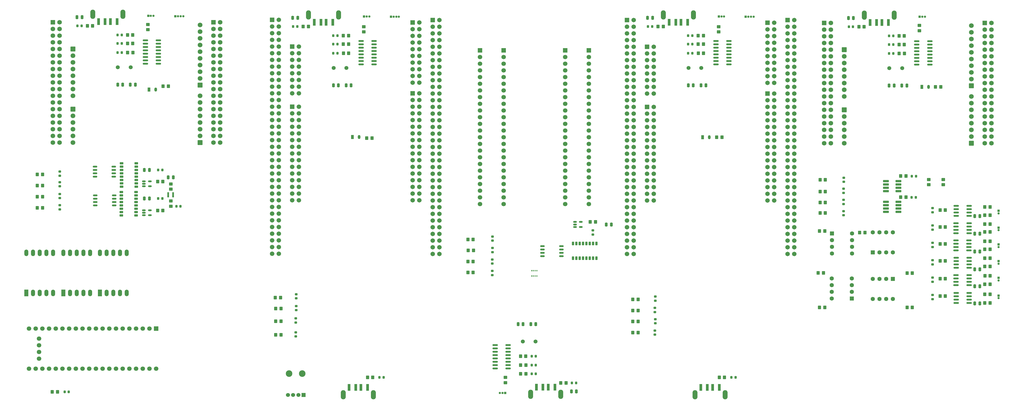
<source format=gbr>
%TF.GenerationSoftware,KiCad,Pcbnew,9.0.2+dfsg-1*%
%TF.CreationDate,2025-07-08T19:26:09-07:00*%
%TF.ProjectId,signalmesh,7369676e-616c-46d6-9573-682e6b696361,rev?*%
%TF.SameCoordinates,Original*%
%TF.FileFunction,Soldermask,Top*%
%TF.FilePolarity,Negative*%
%FSLAX46Y46*%
G04 Gerber Fmt 4.6, Leading zero omitted, Abs format (unit mm)*
G04 Created by KiCad (PCBNEW 9.0.2+dfsg-1) date 2025-07-08 19:26:09*
%MOMM*%
%LPD*%
G01*
G04 APERTURE LIST*
G04 Aperture macros list*
%AMRoundRect*
0 Rectangle with rounded corners*
0 $1 Rounding radius*
0 $2 $3 $4 $5 $6 $7 $8 $9 X,Y pos of 4 corners*
0 Add a 4 corners polygon primitive as box body*
4,1,4,$2,$3,$4,$5,$6,$7,$8,$9,$2,$3,0*
0 Add four circle primitives for the rounded corners*
1,1,$1+$1,$2,$3*
1,1,$1+$1,$4,$5*
1,1,$1+$1,$6,$7*
1,1,$1+$1,$8,$9*
0 Add four rect primitives between the rounded corners*
20,1,$1+$1,$2,$3,$4,$5,0*
20,1,$1+$1,$4,$5,$6,$7,0*
20,1,$1+$1,$6,$7,$8,$9,0*
20,1,$1+$1,$8,$9,$2,$3,0*%
G04 Aperture macros list end*
%ADD10RoundRect,0.250000X0.350000X0.450000X-0.350000X0.450000X-0.350000X-0.450000X0.350000X-0.450000X0*%
%ADD11RoundRect,0.218750X0.256250X-0.218750X0.256250X0.218750X-0.256250X0.218750X-0.256250X-0.218750X0*%
%ADD12RoundRect,0.218750X-0.218750X-0.256250X0.218750X-0.256250X0.218750X0.256250X-0.218750X0.256250X0*%
%ADD13R,0.850000X0.850000*%
%ADD14C,0.850000*%
%ADD15R,1.524000X2.524000*%
%ADD16O,1.524000X2.524000*%
%ADD17RoundRect,0.150000X-0.825000X-0.150000X0.825000X-0.150000X0.825000X0.150000X-0.825000X0.150000X0*%
%ADD18C,1.500000*%
%ADD19RoundRect,0.250000X-0.350000X-0.450000X0.350000X-0.450000X0.350000X0.450000X-0.350000X0.450000X0*%
%ADD20RoundRect,0.250000X0.450000X-0.350000X0.450000X0.350000X-0.450000X0.350000X-0.450000X-0.350000X0*%
%ADD21RoundRect,0.250000X-0.250000X-0.475000X0.250000X-0.475000X0.250000X0.475000X-0.250000X0.475000X0*%
%ADD22R,1.100000X2.500000*%
%ADD23O,1.900000X3.500000*%
%ADD24RoundRect,0.250000X-0.450000X0.350000X-0.450000X-0.350000X0.450000X-0.350000X0.450000X0.350000X0*%
%ADD25RoundRect,0.250000X0.550000X0.550000X-0.550000X0.550000X-0.550000X-0.550000X0.550000X-0.550000X0*%
%ADD26C,1.600000*%
%ADD27RoundRect,0.250000X0.250000X0.475000X-0.250000X0.475000X-0.250000X-0.475000X0.250000X-0.475000X0*%
%ADD28RoundRect,0.218750X-0.256250X0.218750X-0.256250X-0.218750X0.256250X-0.218750X0.256250X0.218750X0*%
%ADD29RoundRect,0.218750X0.218750X0.256250X-0.218750X0.256250X-0.218750X-0.256250X0.218750X-0.256250X0*%
%ADD30RoundRect,0.102000X-0.754000X-0.754000X0.754000X-0.754000X0.754000X0.754000X-0.754000X0.754000X0*%
%ADD31C,1.712000*%
%ADD32R,0.350000X0.500000*%
%ADD33C,2.500000*%
%ADD34R,1.524000X1.524000*%
%ADD35C,1.524000*%
%ADD36R,1.700000X1.700000*%
%ADD37C,1.700000*%
%ADD38RoundRect,0.150000X-0.512500X-0.150000X0.512500X-0.150000X0.512500X0.150000X-0.512500X0.150000X0*%
%ADD39R,1.050000X1.500000*%
%ADD40O,1.050000X1.500000*%
%ADD41RoundRect,0.162500X-0.650000X-0.162500X0.650000X-0.162500X0.650000X0.162500X-0.650000X0.162500X0*%
%ADD42RoundRect,0.250000X-0.550000X-0.550000X0.550000X-0.550000X0.550000X0.550000X-0.550000X0.550000X0*%
%ADD43RoundRect,0.102000X-0.802500X-0.802500X0.802500X-0.802500X0.802500X0.802500X-0.802500X0.802500X0*%
%ADD44C,1.809000*%
%ADD45RoundRect,0.102000X-0.765000X-0.765000X0.765000X-0.765000X0.765000X0.765000X-0.765000X0.765000X0*%
%ADD46C,1.734000*%
%ADD47RoundRect,0.150000X0.825000X0.150000X-0.825000X0.150000X-0.825000X-0.150000X0.825000X-0.150000X0*%
%ADD48RoundRect,0.102000X-0.300000X-0.600000X0.300000X-0.600000X0.300000X0.600000X-0.300000X0.600000X0*%
%ADD49RoundRect,0.250000X-0.550000X0.550000X-0.550000X-0.550000X0.550000X-0.550000X0.550000X0.550000X0*%
%ADD50RoundRect,0.102000X-0.990600X-0.279400X0.990600X-0.279400X0.990600X0.279400X-0.990600X0.279400X0*%
%ADD51RoundRect,0.102000X-0.600000X0.300000X-0.600000X-0.300000X0.600000X-0.300000X0.600000X0.300000X0*%
%ADD52RoundRect,0.250000X0.550000X-0.550000X0.550000X0.550000X-0.550000X0.550000X-0.550000X-0.550000X0*%
%ADD53RoundRect,0.102000X-0.250000X0.200000X-0.250000X-0.200000X0.250000X-0.200000X0.250000X0.200000X0*%
G04 APERTURE END LIST*
D10*
%TO.C,R96*%
X445500000Y-45400000D03*
X443500000Y-45400000D03*
%TD*%
D11*
%TO.C,D12*%
X365400000Y-124434200D03*
X365400000Y-122859200D03*
%TD*%
D12*
%TO.C,D60*%
X289762500Y-38650000D03*
X291337500Y-38650000D03*
%TD*%
D13*
%TO.C,J15*%
X557555000Y-140920000D03*
D14*
X557555000Y-141920000D03*
%TD*%
D15*
%TO.C,U18*%
X216420000Y-139963000D03*
D16*
X218960000Y-139963000D03*
X221500000Y-139963000D03*
X224040000Y-139963000D03*
X226580000Y-139963000D03*
X226580000Y-124723000D03*
X224040000Y-124723000D03*
X221500000Y-124723000D03*
X218960000Y-124723000D03*
X216420000Y-124723000D03*
%TD*%
D17*
%TO.C,U39*%
X450250000Y-44150000D03*
X450250000Y-45420000D03*
X450250000Y-46690000D03*
X450250000Y-47960000D03*
X450250000Y-49230000D03*
X450250000Y-50500000D03*
X450250000Y-51770000D03*
X450250000Y-53040000D03*
X455200000Y-53040000D03*
X455200000Y-51770000D03*
X455200000Y-50500000D03*
X455200000Y-49230000D03*
X455200000Y-47960000D03*
X455200000Y-46690000D03*
X455200000Y-45420000D03*
X455200000Y-44150000D03*
%TD*%
D18*
%TO.C,Y9*%
X223210000Y-54144900D03*
X228090000Y-54144900D03*
%TD*%
D10*
%TO.C,R48*%
X194643800Y-103362500D03*
X192643800Y-103362500D03*
%TD*%
D11*
%TO.C,D29*%
X201143800Y-108150000D03*
X201143800Y-106575000D03*
%TD*%
%TO.C,D18*%
X290950000Y-146487500D03*
X290950000Y-144912500D03*
%TD*%
D19*
%TO.C,R3*%
X552310000Y-143720000D03*
X554310000Y-143720000D03*
%TD*%
%TO.C,R82*%
X376061700Y-163947700D03*
X378061700Y-163947700D03*
%TD*%
D20*
%TO.C,R42*%
X243305000Y-100500000D03*
X243305000Y-98500000D03*
%TD*%
D21*
%TO.C,C8*%
X233300000Y-104000000D03*
X235200000Y-104000000D03*
%TD*%
D19*
%TO.C,R55*%
X317690000Y-81126000D03*
X319690000Y-81126000D03*
%TD*%
D22*
%TO.C,J25*%
X389100000Y-175750000D03*
X386600000Y-175750000D03*
X384600000Y-175750000D03*
X382100000Y-175750000D03*
D23*
X391300000Y-178500000D03*
X379900000Y-178500000D03*
%TD*%
D24*
%TO.C,R95*%
X451250000Y-38750000D03*
X451250000Y-40750000D03*
%TD*%
%TO.C,R85*%
X527500000Y-38250000D03*
X527500000Y-40250000D03*
%TD*%
D11*
%TO.C,D5*%
X532486000Y-109262500D03*
X532486000Y-107687500D03*
%TD*%
D19*
%TO.C,R57*%
X240400000Y-61378000D03*
X242400000Y-61378000D03*
%TD*%
D20*
%TO.C,R12*%
X536520000Y-98820000D03*
X536520000Y-96820000D03*
%TD*%
D25*
%TO.C,U27*%
X501860000Y-142040000D03*
D26*
X501860000Y-139500000D03*
X501860000Y-136960000D03*
X501860000Y-134420000D03*
X494240000Y-134420000D03*
X494240000Y-136960000D03*
X494240000Y-139500000D03*
X494240000Y-142040000D03*
%TD*%
D11*
%TO.C,D30*%
X201143800Y-103900000D03*
X201143800Y-102325000D03*
%TD*%
D19*
%TO.C,R88*%
X293550000Y-38650000D03*
X295550000Y-38650000D03*
%TD*%
D27*
%TO.C,C3*%
X550412700Y-130924900D03*
X548512700Y-130924900D03*
%TD*%
D28*
%TO.C,D2*%
X498670000Y-100332500D03*
X498670000Y-101907500D03*
%TD*%
D11*
%TO.C,D24*%
X427100000Y-147187500D03*
X427100000Y-145612500D03*
%TD*%
D10*
%TO.C,R17*%
X491770000Y-101420000D03*
X489770000Y-101420000D03*
%TD*%
%TO.C,R6*%
X420700000Y-155000000D03*
X418700000Y-155000000D03*
%TD*%
D19*
%TO.C,R76*%
X522810000Y-145420000D03*
X524810000Y-145420000D03*
%TD*%
%TO.C,R73*%
X489560000Y-145420000D03*
X491560000Y-145420000D03*
%TD*%
D10*
%TO.C,R16*%
X491770000Y-96920000D03*
X489770000Y-96920000D03*
%TD*%
D12*
%TO.C,D25*%
X238517500Y-104000000D03*
X240092500Y-104000000D03*
%TD*%
D11*
%TO.C,D23*%
X427200000Y-151487500D03*
X427200000Y-149912500D03*
%TD*%
D22*
%TO.C,J33*%
X215900000Y-36794900D03*
X218400000Y-36794900D03*
X220400000Y-36794900D03*
X222900000Y-36794900D03*
D23*
X213700000Y-34044900D03*
X225100000Y-34044900D03*
%TD*%
D11*
%TO.C,D22*%
X427100000Y-155787500D03*
X427100000Y-154212500D03*
%TD*%
D19*
%TO.C,R54*%
X450542000Y-80732000D03*
X452542000Y-80732000D03*
%TD*%
%TO.C,R39*%
X283150000Y-155900000D03*
X285150000Y-155900000D03*
%TD*%
D29*
%TO.C,D52*%
X526110000Y-103610000D03*
X524535000Y-103610000D03*
%TD*%
D19*
%TO.C,R36*%
X356100000Y-127980000D03*
X358100000Y-127980000D03*
%TD*%
D10*
%TO.C,R91*%
X310800000Y-45400000D03*
X308800000Y-45400000D03*
%TD*%
%TO.C,R102*%
X228938300Y-48597100D03*
X226938300Y-48597100D03*
%TD*%
D19*
%TO.C,R98*%
X211650000Y-38394900D03*
X213650000Y-38394900D03*
%TD*%
%TO.C,R44*%
X489060000Y-132320000D03*
X491060000Y-132320000D03*
%TD*%
%TO.C,R94*%
X443500000Y-42150000D03*
X445500000Y-42150000D03*
%TD*%
D17*
%TO.C,U38*%
X315550000Y-44150000D03*
X315550000Y-45420000D03*
X315550000Y-46690000D03*
X315550000Y-47960000D03*
X315550000Y-49230000D03*
X315550000Y-50500000D03*
X315550000Y-51770000D03*
X315550000Y-53040000D03*
X320500000Y-53040000D03*
X320500000Y-51770000D03*
X320500000Y-50500000D03*
X320500000Y-49230000D03*
X320500000Y-47960000D03*
X320500000Y-46690000D03*
X320500000Y-45420000D03*
X320500000Y-44150000D03*
%TD*%
D19*
%TO.C,R20*%
X552310000Y-113775000D03*
X554310000Y-113775000D03*
%TD*%
D21*
%TO.C,C35*%
X207700000Y-35144900D03*
X209600000Y-35144900D03*
%TD*%
D30*
%TO.C,U1*%
X335080000Y-37186000D03*
D31*
X337620000Y-37186000D03*
X335080000Y-39726000D03*
X337620000Y-39726000D03*
X335080000Y-42266000D03*
X337620000Y-42266000D03*
X335080000Y-44806000D03*
X337620000Y-44806000D03*
X335080000Y-47346000D03*
X337620000Y-47346000D03*
X335080000Y-49886000D03*
X337620000Y-49886000D03*
X335080000Y-52426000D03*
X337620000Y-52426000D03*
X335080000Y-54966000D03*
X337620000Y-54966000D03*
X335080000Y-57506000D03*
X337620000Y-57506000D03*
X335080000Y-60046000D03*
X337620000Y-60046000D03*
D30*
X289360000Y-46330000D03*
D31*
X291900000Y-46330000D03*
X289360000Y-48870000D03*
X291900000Y-48870000D03*
X289360000Y-51410000D03*
X291900000Y-51410000D03*
X289360000Y-53950000D03*
X291900000Y-53950000D03*
X289360000Y-56490000D03*
X291900000Y-56490000D03*
X289360000Y-59030000D03*
X291900000Y-59030000D03*
X289360000Y-61570000D03*
X291900000Y-61570000D03*
X289360000Y-64110000D03*
X291900000Y-64110000D03*
D30*
X289360000Y-69190000D03*
D31*
X291900000Y-69190000D03*
X289360000Y-71730000D03*
X291900000Y-71730000D03*
X289360000Y-74270000D03*
X291900000Y-74270000D03*
X289360000Y-76810000D03*
X291900000Y-76810000D03*
X289360000Y-79350000D03*
X291900000Y-79350000D03*
X289360000Y-81890000D03*
X291900000Y-81890000D03*
X289360000Y-84430000D03*
X291900000Y-84430000D03*
X289360000Y-86970000D03*
X291900000Y-86970000D03*
X289360000Y-89510000D03*
X291900000Y-89510000D03*
X289360000Y-92050000D03*
X291900000Y-92050000D03*
X289360000Y-94590000D03*
X291900000Y-94590000D03*
X289360000Y-97130000D03*
X291900000Y-97130000D03*
X289360000Y-99670000D03*
X291900000Y-99670000D03*
X289360000Y-102210000D03*
X291900000Y-102210000D03*
X289360000Y-104750000D03*
X291900000Y-104750000D03*
D30*
X335080000Y-64110000D03*
D31*
X337620000Y-64110000D03*
X335080000Y-66650000D03*
X337620000Y-66650000D03*
X335080000Y-69190000D03*
X337620000Y-69190000D03*
X335080000Y-71730000D03*
X337620000Y-71730000D03*
X335080000Y-74270000D03*
X337620000Y-74270000D03*
X335080000Y-76810000D03*
X337620000Y-76810000D03*
X335080000Y-79350000D03*
X337620000Y-79350000D03*
X335080000Y-81890000D03*
X337620000Y-81890000D03*
X335080000Y-84430000D03*
X337620000Y-84430000D03*
X335080000Y-86970000D03*
X337620000Y-86970000D03*
X335080000Y-89510000D03*
X337620000Y-89510000D03*
X335080000Y-92050000D03*
X337620000Y-92050000D03*
X335080000Y-94590000D03*
X337620000Y-94590000D03*
X335080000Y-97130000D03*
X337620000Y-97130000D03*
X335080000Y-99670000D03*
X337620000Y-99670000D03*
X335080000Y-102210000D03*
X337620000Y-102210000D03*
X335080000Y-104750000D03*
X337620000Y-104750000D03*
D30*
X281740000Y-36170000D03*
D31*
X284280000Y-36170000D03*
X281740000Y-38710000D03*
X284280000Y-38710000D03*
X281740000Y-41250000D03*
X284280000Y-41250000D03*
X281740000Y-43790000D03*
X284280000Y-43790000D03*
X281740000Y-46330000D03*
X284280000Y-46330000D03*
X281740000Y-48870000D03*
X284280000Y-48870000D03*
X281740000Y-51410000D03*
X284280000Y-51410000D03*
X281740000Y-53950000D03*
X284280000Y-53950000D03*
X281740000Y-56490000D03*
X284280000Y-56490000D03*
X281740000Y-59030000D03*
X284280000Y-59030000D03*
X281740000Y-61570000D03*
X284280000Y-61570000D03*
X281740000Y-64110000D03*
X284280000Y-64110000D03*
X281740000Y-66650000D03*
X284280000Y-66650000D03*
X281740000Y-69190000D03*
X284280000Y-69190000D03*
X281740000Y-71730000D03*
X284280000Y-71730000D03*
X281740000Y-74270000D03*
X284280000Y-74270000D03*
X281740000Y-76810000D03*
X284280000Y-76810000D03*
X281740000Y-79350000D03*
X284280000Y-79350000D03*
X281740000Y-81890000D03*
X284280000Y-81890000D03*
X281740000Y-84430000D03*
X284280000Y-84430000D03*
X281740000Y-86970000D03*
X284280000Y-86970000D03*
X281740000Y-89510000D03*
X284280000Y-89510000D03*
X281740000Y-92050000D03*
X284280000Y-92050000D03*
X281740000Y-94590000D03*
X284280000Y-94590000D03*
X281740000Y-97130000D03*
X284280000Y-97130000D03*
X281740000Y-99670000D03*
X284280000Y-99670000D03*
X281740000Y-102210000D03*
X284280000Y-102210000D03*
X281740000Y-104750000D03*
X284280000Y-104750000D03*
X281740000Y-107290000D03*
X284280000Y-107290000D03*
X281740000Y-109830000D03*
X284280000Y-109830000D03*
X281740000Y-112370000D03*
X284280000Y-112370000D03*
X281740000Y-114910000D03*
X284280000Y-114910000D03*
X281740000Y-117450000D03*
X284280000Y-117450000D03*
X281740000Y-119990000D03*
X284280000Y-119990000D03*
X281740000Y-122530000D03*
X284280000Y-122530000D03*
X281740000Y-125070000D03*
X284280000Y-125070000D03*
D30*
X342700000Y-36190000D03*
D31*
X345240000Y-36190000D03*
X342700000Y-38730000D03*
X345240000Y-38730000D03*
X342700000Y-41270000D03*
X345240000Y-41270000D03*
X342700000Y-43810000D03*
X345240000Y-43810000D03*
X342700000Y-46350000D03*
X345240000Y-46350000D03*
X342700000Y-48890000D03*
X345240000Y-48890000D03*
X342700000Y-51430000D03*
X345240000Y-51430000D03*
X342700000Y-53970000D03*
X345240000Y-53970000D03*
X342700000Y-56510000D03*
X345240000Y-56510000D03*
X342700000Y-59050000D03*
X345240000Y-59050000D03*
X342700000Y-61590000D03*
X345240000Y-61590000D03*
X342700000Y-64130000D03*
X345240000Y-64130000D03*
X342700000Y-66670000D03*
X345240000Y-66670000D03*
X342700000Y-69210000D03*
X345240000Y-69210000D03*
X342700000Y-71750000D03*
X345240000Y-71750000D03*
X342700000Y-74290000D03*
X345240000Y-74290000D03*
X342700000Y-76830000D03*
X345240000Y-76830000D03*
X342700000Y-79370000D03*
X345240000Y-79370000D03*
X342700000Y-81910000D03*
X345240000Y-81910000D03*
X342700000Y-84450000D03*
X345240000Y-84450000D03*
X342700000Y-86990000D03*
X345240000Y-86990000D03*
X342700000Y-89530000D03*
X345240000Y-89530000D03*
X342700000Y-92070000D03*
X345240000Y-92070000D03*
X342700000Y-94610000D03*
X345240000Y-94610000D03*
X342700000Y-97150000D03*
X345240000Y-97150000D03*
X342700000Y-99690000D03*
X345240000Y-99690000D03*
X342700000Y-102230000D03*
X345240000Y-102230000D03*
X342700000Y-104770000D03*
X345240000Y-104770000D03*
X342700000Y-107310000D03*
X345240000Y-107310000D03*
X342700000Y-109850000D03*
X345240000Y-109850000D03*
X342700000Y-112390000D03*
X345240000Y-112390000D03*
X342700000Y-114930000D03*
X345240000Y-114930000D03*
X342700000Y-117470000D03*
X345240000Y-117470000D03*
X342700000Y-120010000D03*
X345240000Y-120010000D03*
X342700000Y-122550000D03*
X345240000Y-122550000D03*
X342700000Y-125090000D03*
X345240000Y-125090000D03*
%TD*%
D19*
%TO.C,R22*%
X552310000Y-120275000D03*
X554310000Y-120275000D03*
%TD*%
%TO.C,R2*%
X535330000Y-141120000D03*
X537330000Y-141120000D03*
%TD*%
D32*
%TO.C,U6*%
X380300000Y-131480000D03*
X380950000Y-131480000D03*
X381600000Y-131480000D03*
X382250000Y-131480000D03*
X382250000Y-133530000D03*
X381600000Y-133530000D03*
X380950000Y-133530000D03*
X380300000Y-133530000D03*
%TD*%
D11*
%TO.C,D21*%
X427200000Y-142887500D03*
X427200000Y-141312500D03*
%TD*%
D19*
%TO.C,R84*%
X519750000Y-42250000D03*
X521750000Y-42250000D03*
%TD*%
D12*
%TO.C,D62*%
X305012500Y-45400000D03*
X306587500Y-45400000D03*
%TD*%
D27*
%TO.C,C1*%
X550412700Y-143915000D03*
X548512700Y-143915000D03*
%TD*%
D21*
%TO.C,C28*%
X520800000Y-61100000D03*
X522700000Y-61100000D03*
%TD*%
D29*
%TO.C,D55*%
X381887500Y-167400000D03*
X380312500Y-167400000D03*
%TD*%
D27*
%TO.C,C5*%
X550412700Y-117424900D03*
X548512700Y-117424900D03*
%TD*%
D19*
%TO.C,R74*%
X489560000Y-116420000D03*
X491560000Y-116420000D03*
%TD*%
D12*
%TO.C,D57*%
X515962500Y-42250000D03*
X517537500Y-42250000D03*
%TD*%
D33*
%TO.C,TP1*%
X293200000Y-170600000D03*
%TD*%
D12*
%TO.C,D58*%
X515962500Y-45500000D03*
X517537500Y-45500000D03*
%TD*%
D34*
%TO.C,J12*%
X293750000Y-178700000D03*
D35*
X291750000Y-178700000D03*
X289750000Y-178700000D03*
X287750000Y-178700000D03*
%TD*%
D36*
%TO.C,J9*%
X402000000Y-47720000D03*
D37*
X402000000Y-50260000D03*
X402000000Y-52800000D03*
X402000000Y-55340000D03*
X402000000Y-57880000D03*
X402000000Y-60420000D03*
X402000000Y-62960000D03*
X402000000Y-65500000D03*
X402000000Y-68040000D03*
X402000000Y-70580000D03*
X402000000Y-73120000D03*
X402000000Y-75660000D03*
X402000000Y-78200000D03*
X402000000Y-80740000D03*
X402000000Y-83280000D03*
X402000000Y-85820000D03*
X402000000Y-88360000D03*
X402000000Y-90900000D03*
X402000000Y-93440000D03*
X402000000Y-95980000D03*
X402000000Y-98520000D03*
X402000000Y-101060000D03*
X402000000Y-103600000D03*
X402000000Y-106140000D03*
%TD*%
D11*
%TO.C,D28*%
X201143800Y-95400000D03*
X201143800Y-93825000D03*
%TD*%
D33*
%TO.C,TP2*%
X288200000Y-170600000D03*
%TD*%
D10*
%TO.C,R10*%
X240305000Y-97600000D03*
X238305000Y-97600000D03*
%TD*%
D21*
%TO.C,C6*%
X408615000Y-113960000D03*
X410515000Y-113960000D03*
%TD*%
%TO.C,C29*%
X289600000Y-35400000D03*
X291500000Y-35400000D03*
%TD*%
D27*
%TO.C,C2*%
X550412700Y-137427800D03*
X548512700Y-137427800D03*
%TD*%
D29*
%TO.C,D27*%
X246987500Y-107000000D03*
X245412500Y-107000000D03*
%TD*%
D17*
%TO.C,U10*%
X541377500Y-113398700D03*
X541377500Y-114668700D03*
X541377500Y-115938700D03*
X541377500Y-117208700D03*
X546327500Y-117208700D03*
X546327500Y-115938700D03*
X546327500Y-114668700D03*
X546327500Y-113398700D03*
%TD*%
D19*
%TO.C,R53*%
X533600000Y-61600000D03*
X535600000Y-61600000D03*
%TD*%
D10*
%TO.C,R46*%
X194643800Y-107612500D03*
X192643800Y-107612500D03*
%TD*%
D22*
%TO.C,J31*%
X432500000Y-37050000D03*
X435000000Y-37050000D03*
X437000000Y-37050000D03*
X439500000Y-37050000D03*
D23*
X430300000Y-34300000D03*
X441700000Y-34300000D03*
%TD*%
D11*
%TO.C,D9*%
X532486000Y-122480500D03*
X532486000Y-120905500D03*
%TD*%
D17*
%TO.C,U13*%
X541395000Y-133135000D03*
X541395000Y-134405000D03*
X541395000Y-135675000D03*
X541395000Y-136945000D03*
X546345000Y-136945000D03*
X546345000Y-135675000D03*
X546345000Y-134405000D03*
X546345000Y-133135000D03*
%TD*%
D12*
%TO.C,D56*%
X500712500Y-38750000D03*
X502287500Y-38750000D03*
%TD*%
D27*
%TO.C,C25*%
X397300000Y-177400000D03*
X395400000Y-177400000D03*
%TD*%
D21*
%TO.C,C36*%
X223150000Y-60744900D03*
X225050000Y-60744900D03*
%TD*%
D19*
%TO.C,R41*%
X283150000Y-145900000D03*
X285150000Y-145900000D03*
%TD*%
D12*
%TO.C,D68*%
X207862500Y-38394900D03*
X209437500Y-38394900D03*
%TD*%
D19*
%TO.C,R38*%
X282950000Y-141700000D03*
X284950000Y-141700000D03*
%TD*%
D27*
%TO.C,C24*%
X381850000Y-151800000D03*
X379950000Y-151800000D03*
%TD*%
D28*
%TO.C,D4*%
X498670000Y-108832500D03*
X498670000Y-110407500D03*
%TD*%
D38*
%TO.C,U22*%
X233100000Y-108500000D03*
X233100000Y-109450000D03*
X233100000Y-110400000D03*
X235375000Y-110400000D03*
X235375000Y-108500000D03*
%TD*%
D19*
%TO.C,R30*%
X535330000Y-134525000D03*
X537330000Y-134525000D03*
%TD*%
%TO.C,R14*%
X552310000Y-110389000D03*
X554310000Y-110389000D03*
%TD*%
D13*
%TO.C,J30*%
X316650000Y-34880100D03*
D14*
X317650000Y-34880100D03*
X318650000Y-34880100D03*
%TD*%
D21*
%TO.C,C33*%
X439750000Y-61000000D03*
X441650000Y-61000000D03*
%TD*%
D38*
%TO.C,U15*%
X396710000Y-112960000D03*
X396710000Y-113910000D03*
X396710000Y-114860000D03*
X398985000Y-114860000D03*
X398985000Y-112960000D03*
%TD*%
D19*
%TO.C,R80*%
X376100000Y-167400000D03*
X378100000Y-167400000D03*
%TD*%
D36*
%TO.C,J1*%
X369690000Y-47760000D03*
D37*
X369690000Y-50300000D03*
X369690000Y-52840000D03*
X369690000Y-55380000D03*
X369690000Y-57920000D03*
X369690000Y-60460000D03*
X369690000Y-63000000D03*
X369690000Y-65540000D03*
X369690000Y-68080000D03*
X369690000Y-70620000D03*
X369690000Y-73160000D03*
X369690000Y-75700000D03*
X369690000Y-78240000D03*
X369690000Y-80780000D03*
X369690000Y-83320000D03*
X369690000Y-85860000D03*
X369690000Y-88400000D03*
X369690000Y-90940000D03*
X369690000Y-93480000D03*
X369690000Y-96020000D03*
X369690000Y-98560000D03*
X369690000Y-101100000D03*
X369690000Y-103640000D03*
X369690000Y-106180000D03*
%TD*%
D18*
%TO.C,Y2*%
X381790000Y-158400000D03*
X376910000Y-158400000D03*
%TD*%
D20*
%TO.C,R81*%
X370350000Y-174050000D03*
X370350000Y-172050000D03*
%TD*%
D21*
%TO.C,C9*%
X233300000Y-93200000D03*
X235200000Y-93200000D03*
%TD*%
D17*
%TO.C,U11*%
X541360000Y-119977500D03*
X541360000Y-121247500D03*
X541360000Y-122517500D03*
X541360000Y-123787500D03*
X546310000Y-123787500D03*
X546310000Y-122517500D03*
X546310000Y-121247500D03*
X546310000Y-119977500D03*
%TD*%
D22*
%TO.C,J21*%
X318000000Y-175850000D03*
X315500000Y-175850000D03*
X313500000Y-175850000D03*
X311000000Y-175850000D03*
D23*
X320200000Y-178600000D03*
X308800000Y-178600000D03*
%TD*%
D12*
%TO.C,D71*%
X223112500Y-48594900D03*
X224687500Y-48594900D03*
%TD*%
D10*
%TO.C,R18*%
X491770000Y-105560000D03*
X489770000Y-105560000D03*
%TD*%
D39*
%TO.C,TH1*%
X445142000Y-80782000D03*
D40*
X447682000Y-80782000D03*
%TD*%
D19*
%TO.C,R40*%
X283150000Y-150700000D03*
X285150000Y-150700000D03*
%TD*%
D10*
%TO.C,R7*%
X420700000Y-150800000D03*
X418700000Y-150800000D03*
%TD*%
D11*
%TO.C,D16*%
X290750000Y-156487500D03*
X290750000Y-154912500D03*
%TD*%
D36*
%TO.C,J8*%
X360690000Y-47760000D03*
D37*
X360690000Y-50300000D03*
X360690000Y-52840000D03*
X360690000Y-55380000D03*
X360690000Y-57920000D03*
X360690000Y-60460000D03*
X360690000Y-63000000D03*
X360690000Y-65540000D03*
X360690000Y-68080000D03*
X360690000Y-70620000D03*
X360690000Y-73160000D03*
X360690000Y-75700000D03*
X360690000Y-78240000D03*
X360690000Y-80780000D03*
X360690000Y-83320000D03*
X360690000Y-85860000D03*
X360690000Y-88400000D03*
X360690000Y-90940000D03*
X360690000Y-93480000D03*
X360690000Y-96020000D03*
X360690000Y-98560000D03*
X360690000Y-101100000D03*
X360690000Y-103640000D03*
X360690000Y-106180000D03*
%TD*%
D11*
%TO.C,D6*%
X532486000Y-115871500D03*
X532486000Y-114296500D03*
%TD*%
D19*
%TO.C,R35*%
X356200000Y-123780000D03*
X358200000Y-123780000D03*
%TD*%
%TO.C,R21*%
X552310000Y-116725000D03*
X554310000Y-116725000D03*
%TD*%
D13*
%TO.C,J18*%
X245050000Y-34759900D03*
D14*
X246050000Y-34759900D03*
X247050000Y-34759900D03*
X248050000Y-34759900D03*
%TD*%
D12*
%TO.C,D65*%
X439712500Y-42150000D03*
X441287500Y-42150000D03*
%TD*%
D10*
%TO.C,R15*%
X491770000Y-109560000D03*
X489770000Y-109560000D03*
%TD*%
D39*
%TO.C,TH2*%
X312290000Y-80712000D03*
D40*
X314830000Y-80712000D03*
%TD*%
D29*
%TO.C,D19*%
X204575000Y-177500000D03*
X203000000Y-177500000D03*
%TD*%
D21*
%TO.C,C37*%
X227950000Y-60744900D03*
X229850000Y-60744900D03*
%TD*%
D41*
%TO.C,U14*%
X384422500Y-122155000D03*
X384422500Y-123425000D03*
X384422500Y-124695000D03*
X384422500Y-125965000D03*
X391597500Y-125965000D03*
X391597500Y-124695000D03*
X391597500Y-123425000D03*
X391597500Y-122155000D03*
%TD*%
D11*
%TO.C,D10*%
X403510000Y-117747500D03*
X403510000Y-116172500D03*
%TD*%
%TO.C,D31*%
X201143800Y-99400000D03*
X201143800Y-97825000D03*
%TD*%
D12*
%TO.C,D64*%
X424462500Y-38650000D03*
X426037500Y-38650000D03*
%TD*%
D10*
%TO.C,R72*%
X393350000Y-174150000D03*
X391350000Y-174150000D03*
%TD*%
%TO.C,R8*%
X420700000Y-146600000D03*
X418700000Y-146600000D03*
%TD*%
D28*
%TO.C,D3*%
X498670000Y-104577600D03*
X498670000Y-106152600D03*
%TD*%
D29*
%TO.C,D51*%
X526167500Y-95540000D03*
X524592500Y-95540000D03*
%TD*%
D13*
%TO.C,J28*%
X527600000Y-34980100D03*
D14*
X528600000Y-34980100D03*
X529600000Y-34980100D03*
%TD*%
D19*
%TO.C,R32*%
X535330000Y-121350000D03*
X537330000Y-121350000D03*
%TD*%
D42*
%TO.C,U29*%
X494250000Y-117340000D03*
D26*
X494250000Y-119880000D03*
X494250000Y-122420000D03*
X494250000Y-124960000D03*
X501870000Y-124960000D03*
X501870000Y-122420000D03*
X501870000Y-119880000D03*
X501870000Y-117340000D03*
%TD*%
D13*
%TO.C,J4*%
X326900000Y-34975000D03*
D14*
X327900000Y-34975000D03*
X328900000Y-34975000D03*
X329900000Y-34975000D03*
%TD*%
D19*
%TO.C,R37*%
X356100000Y-132180000D03*
X358100000Y-132180000D03*
%TD*%
D36*
%TO.C,J2*%
X393000000Y-47760000D03*
D37*
X393000000Y-50300000D03*
X393000000Y-52840000D03*
X393000000Y-55380000D03*
X393000000Y-57920000D03*
X393000000Y-60460000D03*
X393000000Y-63000000D03*
X393000000Y-65540000D03*
X393000000Y-68080000D03*
X393000000Y-70620000D03*
X393000000Y-73160000D03*
X393000000Y-75700000D03*
X393000000Y-78240000D03*
X393000000Y-80780000D03*
X393000000Y-83320000D03*
X393000000Y-85860000D03*
X393000000Y-88400000D03*
X393000000Y-90940000D03*
X393000000Y-93480000D03*
X393000000Y-96020000D03*
X393000000Y-98560000D03*
X393000000Y-101100000D03*
X393000000Y-103640000D03*
X393000000Y-106180000D03*
%TD*%
D12*
%TO.C,D69*%
X223112500Y-41894900D03*
X224687500Y-41894900D03*
%TD*%
D13*
%TO.C,J32*%
X451350000Y-34880100D03*
D14*
X452350000Y-34880100D03*
X453350000Y-34880100D03*
%TD*%
D13*
%TO.C,J3*%
X461550000Y-34975000D03*
D14*
X462550000Y-34975000D03*
X463550000Y-34975000D03*
X464550000Y-34975000D03*
%TD*%
D27*
%TO.C,C23*%
X377050000Y-151800000D03*
X375150000Y-151800000D03*
%TD*%
D43*
%TO.C,U9*%
X547240000Y-61190000D03*
D44*
X547240000Y-58650000D03*
X547240000Y-56110000D03*
X547240000Y-53570000D03*
X547240000Y-51030000D03*
X547240000Y-48490000D03*
X547240000Y-45950000D03*
X547240000Y-43410000D03*
X547240000Y-40870000D03*
X547240000Y-38330000D03*
D43*
X498980000Y-47470000D03*
D44*
X498980000Y-50010000D03*
X498980000Y-52550000D03*
X498980000Y-55090000D03*
X498980000Y-57630000D03*
X498980000Y-60170000D03*
X498980000Y-62710000D03*
X498980000Y-65250000D03*
D45*
X491360000Y-37310000D03*
D46*
X493900000Y-37310000D03*
X491360000Y-39850000D03*
X493900000Y-39850000D03*
X491360000Y-42390000D03*
X493900000Y-42390000D03*
X491360000Y-44930000D03*
X493900000Y-44930000D03*
X491360000Y-47470000D03*
X493900000Y-47470000D03*
X491360000Y-50010000D03*
X493900000Y-50010000D03*
X491360000Y-52550000D03*
X493900000Y-52550000D03*
X491360000Y-55090000D03*
X493900000Y-55090000D03*
X491360000Y-57630000D03*
X493900000Y-57630000D03*
X491360000Y-60170000D03*
X493900000Y-60170000D03*
X491360000Y-62710000D03*
X493900000Y-62710000D03*
X491360000Y-65250000D03*
X493900000Y-65250000D03*
X491360000Y-67790000D03*
X493900000Y-67790000D03*
X491360000Y-70330000D03*
X493900000Y-70330000D03*
X491360000Y-72870000D03*
X493900000Y-72870000D03*
X491360000Y-75410000D03*
X493900000Y-75410000D03*
X491360000Y-77950000D03*
X493900000Y-77950000D03*
X491360000Y-80490000D03*
X493900000Y-80490000D03*
X491360000Y-83030000D03*
X493900000Y-83030000D03*
D43*
X498980000Y-70330000D03*
D44*
X498980000Y-72870000D03*
X498980000Y-75410000D03*
X498980000Y-77950000D03*
X498980000Y-80490000D03*
X498980000Y-83030000D03*
D43*
X547240000Y-83030000D03*
D44*
X547240000Y-80490000D03*
X547240000Y-77950000D03*
X547240000Y-75410000D03*
X547240000Y-72870000D03*
X547240000Y-70330000D03*
X547240000Y-67790000D03*
X547240000Y-65250000D03*
D45*
X552320000Y-37310000D03*
D46*
X554860000Y-37310000D03*
X552320000Y-39850000D03*
X554860000Y-39850000D03*
X552320000Y-42390000D03*
X554860000Y-42390000D03*
X552320000Y-44930000D03*
X554860000Y-44930000D03*
X552320000Y-47470000D03*
X554860000Y-47470000D03*
X552320000Y-50010000D03*
X554860000Y-50010000D03*
X552320000Y-52550000D03*
X554860000Y-52550000D03*
X552320000Y-55090000D03*
X554860000Y-55090000D03*
X552320000Y-57630000D03*
X554860000Y-57630000D03*
X552320000Y-60170000D03*
X554860000Y-60170000D03*
X552320000Y-62710000D03*
X554860000Y-62710000D03*
X552320000Y-65250000D03*
X554860000Y-65250000D03*
X552320000Y-67790000D03*
X554860000Y-67790000D03*
X552320000Y-70330000D03*
X554860000Y-70330000D03*
X552320000Y-72870000D03*
X554860000Y-72870000D03*
X552320000Y-75410000D03*
X554860000Y-75410000D03*
X552320000Y-77950000D03*
X554860000Y-77950000D03*
X552320000Y-80490000D03*
X554860000Y-80490000D03*
X552320000Y-83030000D03*
X554860000Y-83030000D03*
%TD*%
D19*
%TO.C,R31*%
X535330000Y-127787500D03*
X537330000Y-127787500D03*
%TD*%
D29*
%TO.C,D32*%
X324075000Y-172000000D03*
X322500000Y-172000000D03*
%TD*%
D27*
%TO.C,C7*%
X550380000Y-110720000D03*
X548480000Y-110720000D03*
%TD*%
D10*
%TO.C,R5*%
X420700000Y-142400000D03*
X418700000Y-142400000D03*
%TD*%
D11*
%TO.C,D7*%
X532486000Y-135698500D03*
X532486000Y-134123500D03*
%TD*%
%TO.C,D14*%
X365300000Y-133167500D03*
X365300000Y-131592500D03*
%TD*%
D10*
%TO.C,R45*%
X194643800Y-94862500D03*
X192643800Y-94862500D03*
%TD*%
D12*
%TO.C,D70*%
X223112500Y-45144900D03*
X224687500Y-45144900D03*
%TD*%
D18*
%TO.C,Y7*%
X305110000Y-54400000D03*
X309990000Y-54400000D03*
%TD*%
D13*
%TO.C,J11*%
X557555000Y-134225000D03*
D14*
X557555000Y-135225000D03*
%TD*%
D13*
%TO.C,J6*%
X557555000Y-115100000D03*
D14*
X557555000Y-116100000D03*
%TD*%
D24*
%TO.C,R100*%
X234650000Y-37894900D03*
X234650000Y-39894900D03*
%TD*%
D29*
%TO.C,D38*%
X397137500Y-174150000D03*
X395562500Y-174150000D03*
%TD*%
D18*
%TO.C,Y8*%
X439810000Y-54400000D03*
X444690000Y-54400000D03*
%TD*%
D10*
%TO.C,R9*%
X240305000Y-108600000D03*
X238305000Y-108600000D03*
%TD*%
D11*
%TO.C,D13*%
X365300000Y-128800800D03*
X365300000Y-127225800D03*
%TD*%
%TO.C,D15*%
X290950000Y-141987500D03*
X290950000Y-140412500D03*
%TD*%
D10*
%TO.C,R50*%
X320000000Y-172000000D03*
X318000000Y-172000000D03*
%TD*%
D39*
%TO.C,TH4*%
X528400000Y-61600000D03*
D40*
X530940000Y-61600000D03*
%TD*%
D19*
%TO.C,R77*%
X520360000Y-95520000D03*
X522360000Y-95520000D03*
%TD*%
D10*
%TO.C,R1*%
X200287500Y-177500000D03*
X198287500Y-177500000D03*
%TD*%
D13*
%TO.C,J10*%
X557555000Y-127850000D03*
D14*
X557555000Y-128850000D03*
%TD*%
D19*
%TO.C,R29*%
X535330000Y-114912500D03*
X537330000Y-114912500D03*
%TD*%
D22*
%TO.C,J22*%
X451500000Y-175850000D03*
X449000000Y-175850000D03*
X447000000Y-175850000D03*
X444500000Y-175850000D03*
D23*
X453700000Y-178600000D03*
X442300000Y-178600000D03*
%TD*%
D13*
%TO.C,J34*%
X234750000Y-34625000D03*
D14*
X235750000Y-34625000D03*
X236750000Y-34625000D03*
%TD*%
D19*
%TO.C,R99*%
X226900000Y-41894900D03*
X228900000Y-41894900D03*
%TD*%
%TO.C,R24*%
X552310000Y-123375000D03*
X554310000Y-123375000D03*
%TD*%
D17*
%TO.C,U37*%
X526500000Y-44250000D03*
X526500000Y-45520000D03*
X526500000Y-46790000D03*
X526500000Y-48060000D03*
X526500000Y-49330000D03*
X526500000Y-50600000D03*
X526500000Y-51870000D03*
X526500000Y-53140000D03*
X531450000Y-53140000D03*
X531450000Y-51870000D03*
X531450000Y-50600000D03*
X531450000Y-49330000D03*
X531450000Y-48060000D03*
X531450000Y-46790000D03*
X531450000Y-45520000D03*
X531450000Y-44250000D03*
%TD*%
D47*
%TO.C,U19*%
X371350000Y-168650000D03*
X371350000Y-167380000D03*
X371350000Y-166110000D03*
X371350000Y-164840000D03*
X371350000Y-163570000D03*
X371350000Y-162300000D03*
X371350000Y-161030000D03*
X371350000Y-159760000D03*
X366400000Y-159760000D03*
X366400000Y-161030000D03*
X366400000Y-162300000D03*
X366400000Y-163570000D03*
X366400000Y-164840000D03*
X366400000Y-166110000D03*
X366400000Y-167380000D03*
X366400000Y-168650000D03*
%TD*%
D19*
%TO.C,R89*%
X308800000Y-42150000D03*
X310800000Y-42150000D03*
%TD*%
D36*
%TO.C,U4*%
X237780000Y-153500000D03*
D37*
X235240000Y-153500000D03*
X232700000Y-153500000D03*
X230160000Y-153500000D03*
X227620000Y-153500000D03*
X225080000Y-153500000D03*
X222540000Y-153500000D03*
X220000000Y-153500000D03*
X217460000Y-153500000D03*
X214920000Y-153500000D03*
X212380000Y-153500000D03*
X209840000Y-153500000D03*
X207300000Y-153500000D03*
X204760000Y-153500000D03*
X202220000Y-153500000D03*
X199680000Y-153500000D03*
X197140000Y-153500000D03*
X194600000Y-153500000D03*
X192060000Y-153500000D03*
X189520000Y-153500000D03*
X189520000Y-168740000D03*
X192060000Y-168740000D03*
X194600000Y-168740000D03*
X197140000Y-168740000D03*
X199680000Y-168740000D03*
X202220000Y-168740000D03*
X204760000Y-168740000D03*
X207300000Y-168740000D03*
X209840000Y-168740000D03*
X212380000Y-168740000D03*
X214920000Y-168740000D03*
X217460000Y-168740000D03*
X220000000Y-168740000D03*
X222540000Y-168740000D03*
X225080000Y-168740000D03*
X227620000Y-168740000D03*
X230160000Y-168740000D03*
X232700000Y-168740000D03*
X235240000Y-168740000D03*
X237780000Y-168740000D03*
X193331000Y-164932000D03*
X193331000Y-162392000D03*
X193331000Y-159852000D03*
X193331000Y-157312000D03*
%TD*%
D22*
%TO.C,J29*%
X297800000Y-37050000D03*
X300300000Y-37050000D03*
X302300000Y-37050000D03*
X304800000Y-37050000D03*
D23*
X295600000Y-34300000D03*
X307000000Y-34300000D03*
%TD*%
D21*
%TO.C,C34*%
X444550000Y-61000000D03*
X446450000Y-61000000D03*
%TD*%
D39*
%TO.C,TH3*%
X235000000Y-62600000D03*
D40*
X237540000Y-62600000D03*
%TD*%
D21*
%TO.C,C30*%
X305050000Y-61000000D03*
X306950000Y-61000000D03*
%TD*%
D43*
%TO.C,U3*%
X254460000Y-60970000D03*
D44*
X254460000Y-58430000D03*
X254460000Y-55890000D03*
X254460000Y-53350000D03*
X254460000Y-50810000D03*
X254460000Y-48270000D03*
X254460000Y-45730000D03*
X254460000Y-43190000D03*
X254460000Y-40650000D03*
X254460000Y-38110000D03*
D43*
X206200000Y-47250000D03*
D44*
X206200000Y-49790000D03*
X206200000Y-52330000D03*
X206200000Y-54870000D03*
X206200000Y-57410000D03*
X206200000Y-59950000D03*
X206200000Y-62490000D03*
X206200000Y-65030000D03*
D45*
X198580000Y-37090000D03*
D46*
X201120000Y-37090000D03*
X198580000Y-39630000D03*
X201120000Y-39630000D03*
X198580000Y-42170000D03*
X201120000Y-42170000D03*
X198580000Y-44710000D03*
X201120000Y-44710000D03*
X198580000Y-47250000D03*
X201120000Y-47250000D03*
X198580000Y-49790000D03*
X201120000Y-49790000D03*
X198580000Y-52330000D03*
X201120000Y-52330000D03*
X198580000Y-54870000D03*
X201120000Y-54870000D03*
X198580000Y-57410000D03*
X201120000Y-57410000D03*
X198580000Y-59950000D03*
X201120000Y-59950000D03*
X198580000Y-62490000D03*
X201120000Y-62490000D03*
X198580000Y-65030000D03*
X201120000Y-65030000D03*
X198580000Y-67570000D03*
X201120000Y-67570000D03*
X198580000Y-70110000D03*
X201120000Y-70110000D03*
X198580000Y-72650000D03*
X201120000Y-72650000D03*
X198580000Y-75190000D03*
X201120000Y-75190000D03*
X198580000Y-77730000D03*
X201120000Y-77730000D03*
X198580000Y-80270000D03*
X201120000Y-80270000D03*
X198580000Y-82810000D03*
X201120000Y-82810000D03*
D43*
X206200000Y-70110000D03*
D44*
X206200000Y-72650000D03*
X206200000Y-75190000D03*
X206200000Y-77730000D03*
X206200000Y-80270000D03*
X206200000Y-82810000D03*
D43*
X254460000Y-82810000D03*
D44*
X254460000Y-80270000D03*
X254460000Y-77730000D03*
X254460000Y-75190000D03*
X254460000Y-72650000D03*
X254460000Y-70110000D03*
X254460000Y-67570000D03*
X254460000Y-65030000D03*
D45*
X259540000Y-37090000D03*
D46*
X262080000Y-37090000D03*
X259540000Y-39630000D03*
X262080000Y-39630000D03*
X259540000Y-42170000D03*
X262080000Y-42170000D03*
X259540000Y-44710000D03*
X262080000Y-44710000D03*
X259540000Y-47250000D03*
X262080000Y-47250000D03*
X259540000Y-49790000D03*
X262080000Y-49790000D03*
X259540000Y-52330000D03*
X262080000Y-52330000D03*
X259540000Y-54870000D03*
X262080000Y-54870000D03*
X259540000Y-57410000D03*
X262080000Y-57410000D03*
X259540000Y-59950000D03*
X262080000Y-59950000D03*
X259540000Y-62490000D03*
X262080000Y-62490000D03*
X259540000Y-65030000D03*
X262080000Y-65030000D03*
X259540000Y-67570000D03*
X262080000Y-67570000D03*
X259540000Y-70110000D03*
X262080000Y-70110000D03*
X259540000Y-72650000D03*
X262080000Y-72650000D03*
X259540000Y-75190000D03*
X262080000Y-75190000D03*
X259540000Y-77730000D03*
X262080000Y-77730000D03*
X259540000Y-80270000D03*
X262080000Y-80270000D03*
X259540000Y-82810000D03*
X262080000Y-82810000D03*
%TD*%
D48*
%TO.C,U16*%
X395970000Y-126760000D03*
X397240000Y-126760000D03*
X398510000Y-126760000D03*
X399780000Y-126760000D03*
X401050000Y-126760000D03*
X402320000Y-126760000D03*
X403590000Y-126760000D03*
X404860000Y-126760000D03*
X404860000Y-121160000D03*
X403590000Y-121160000D03*
X402320000Y-121160000D03*
X401050000Y-121160000D03*
X399780000Y-121160000D03*
X398510000Y-121160000D03*
X397240000Y-121160000D03*
X395970000Y-121160000D03*
%TD*%
D12*
%TO.C,D67*%
X439712500Y-48850000D03*
X441287500Y-48850000D03*
%TD*%
D49*
%TO.C,U31*%
X517360000Y-134620000D03*
D26*
X514820000Y-134620000D03*
X512280000Y-134620000D03*
X509740000Y-134620000D03*
X509740000Y-142240000D03*
X512280000Y-142240000D03*
X514820000Y-142240000D03*
X517360000Y-142240000D03*
%TD*%
D17*
%TO.C,U12*%
X541412500Y-126556200D03*
X541412500Y-127826200D03*
X541412500Y-129096200D03*
X541412500Y-130366200D03*
X546362500Y-130366200D03*
X546362500Y-129096200D03*
X546362500Y-127826200D03*
X546362500Y-126556200D03*
%TD*%
D10*
%TO.C,R92*%
X310838300Y-48852300D03*
X308838300Y-48852300D03*
%TD*%
D30*
%TO.C,U17*%
X469800000Y-37256000D03*
D31*
X472340000Y-37256000D03*
X469800000Y-39796000D03*
X472340000Y-39796000D03*
X469800000Y-42336000D03*
X472340000Y-42336000D03*
X469800000Y-44876000D03*
X472340000Y-44876000D03*
X469800000Y-47416000D03*
X472340000Y-47416000D03*
X469800000Y-49956000D03*
X472340000Y-49956000D03*
X469800000Y-52496000D03*
X472340000Y-52496000D03*
X469800000Y-55036000D03*
X472340000Y-55036000D03*
X469800000Y-57576000D03*
X472340000Y-57576000D03*
X469800000Y-60116000D03*
X472340000Y-60116000D03*
D30*
X424080000Y-46400000D03*
D31*
X426620000Y-46400000D03*
X424080000Y-48940000D03*
X426620000Y-48940000D03*
X424080000Y-51480000D03*
X426620000Y-51480000D03*
X424080000Y-54020000D03*
X426620000Y-54020000D03*
X424080000Y-56560000D03*
X426620000Y-56560000D03*
X424080000Y-59100000D03*
X426620000Y-59100000D03*
X424080000Y-61640000D03*
X426620000Y-61640000D03*
X424080000Y-64180000D03*
X426620000Y-64180000D03*
D30*
X424080000Y-69260000D03*
D31*
X426620000Y-69260000D03*
X424080000Y-71800000D03*
X426620000Y-71800000D03*
X424080000Y-74340000D03*
X426620000Y-74340000D03*
X424080000Y-76880000D03*
X426620000Y-76880000D03*
X424080000Y-79420000D03*
X426620000Y-79420000D03*
X424080000Y-81960000D03*
X426620000Y-81960000D03*
X424080000Y-84500000D03*
X426620000Y-84500000D03*
X424080000Y-87040000D03*
X426620000Y-87040000D03*
X424080000Y-89580000D03*
X426620000Y-89580000D03*
X424080000Y-92120000D03*
X426620000Y-92120000D03*
X424080000Y-94660000D03*
X426620000Y-94660000D03*
X424080000Y-97200000D03*
X426620000Y-97200000D03*
X424080000Y-99740000D03*
X426620000Y-99740000D03*
X424080000Y-102280000D03*
X426620000Y-102280000D03*
X424080000Y-104820000D03*
X426620000Y-104820000D03*
D30*
X469800000Y-64180000D03*
D31*
X472340000Y-64180000D03*
X469800000Y-66720000D03*
X472340000Y-66720000D03*
X469800000Y-69260000D03*
X472340000Y-69260000D03*
X469800000Y-71800000D03*
X472340000Y-71800000D03*
X469800000Y-74340000D03*
X472340000Y-74340000D03*
X469800000Y-76880000D03*
X472340000Y-76880000D03*
X469800000Y-79420000D03*
X472340000Y-79420000D03*
X469800000Y-81960000D03*
X472340000Y-81960000D03*
X469800000Y-84500000D03*
X472340000Y-84500000D03*
X469800000Y-87040000D03*
X472340000Y-87040000D03*
X469800000Y-89580000D03*
X472340000Y-89580000D03*
X469800000Y-92120000D03*
X472340000Y-92120000D03*
X469800000Y-94660000D03*
X472340000Y-94660000D03*
X469800000Y-97200000D03*
X472340000Y-97200000D03*
X469800000Y-99740000D03*
X472340000Y-99740000D03*
X469800000Y-102280000D03*
X472340000Y-102280000D03*
X469800000Y-104820000D03*
X472340000Y-104820000D03*
D30*
X416460000Y-36240000D03*
D31*
X419000000Y-36240000D03*
X416460000Y-38780000D03*
X419000000Y-38780000D03*
X416460000Y-41320000D03*
X419000000Y-41320000D03*
X416460000Y-43860000D03*
X419000000Y-43860000D03*
X416460000Y-46400000D03*
X419000000Y-46400000D03*
X416460000Y-48940000D03*
X419000000Y-48940000D03*
X416460000Y-51480000D03*
X419000000Y-51480000D03*
X416460000Y-54020000D03*
X419000000Y-54020000D03*
X416460000Y-56560000D03*
X419000000Y-56560000D03*
X416460000Y-59100000D03*
X419000000Y-59100000D03*
X416460000Y-61640000D03*
X419000000Y-61640000D03*
X416460000Y-64180000D03*
X419000000Y-64180000D03*
X416460000Y-66720000D03*
X419000000Y-66720000D03*
X416460000Y-69260000D03*
X419000000Y-69260000D03*
X416460000Y-71800000D03*
X419000000Y-71800000D03*
X416460000Y-74340000D03*
X419000000Y-74340000D03*
X416460000Y-76880000D03*
X419000000Y-76880000D03*
X416460000Y-79420000D03*
X419000000Y-79420000D03*
X416460000Y-81960000D03*
X419000000Y-81960000D03*
X416460000Y-84500000D03*
X419000000Y-84500000D03*
X416460000Y-87040000D03*
X419000000Y-87040000D03*
X416460000Y-89580000D03*
X419000000Y-89580000D03*
X416460000Y-92120000D03*
X419000000Y-92120000D03*
X416460000Y-94660000D03*
X419000000Y-94660000D03*
X416460000Y-97200000D03*
X419000000Y-97200000D03*
X416460000Y-99740000D03*
X419000000Y-99740000D03*
X416460000Y-102280000D03*
X419000000Y-102280000D03*
X416460000Y-104820000D03*
X419000000Y-104820000D03*
X416460000Y-107360000D03*
X419000000Y-107360000D03*
X416460000Y-109900000D03*
X419000000Y-109900000D03*
X416460000Y-112440000D03*
X419000000Y-112440000D03*
X416460000Y-114980000D03*
X419000000Y-114980000D03*
X416460000Y-117520000D03*
X419000000Y-117520000D03*
X416460000Y-120060000D03*
X419000000Y-120060000D03*
X416460000Y-122600000D03*
X419000000Y-122600000D03*
X416460000Y-125140000D03*
X419000000Y-125140000D03*
D30*
X477420000Y-36260000D03*
D31*
X479960000Y-36260000D03*
X477420000Y-38800000D03*
X479960000Y-38800000D03*
X477420000Y-41340000D03*
X479960000Y-41340000D03*
X477420000Y-43880000D03*
X479960000Y-43880000D03*
X477420000Y-46420000D03*
X479960000Y-46420000D03*
X477420000Y-48960000D03*
X479960000Y-48960000D03*
X477420000Y-51500000D03*
X479960000Y-51500000D03*
X477420000Y-54040000D03*
X479960000Y-54040000D03*
X477420000Y-56580000D03*
X479960000Y-56580000D03*
X477420000Y-59120000D03*
X479960000Y-59120000D03*
X477420000Y-61660000D03*
X479960000Y-61660000D03*
X477420000Y-64200000D03*
X479960000Y-64200000D03*
X477420000Y-66740000D03*
X479960000Y-66740000D03*
X477420000Y-69280000D03*
X479960000Y-69280000D03*
X477420000Y-71820000D03*
X479960000Y-71820000D03*
X477420000Y-74360000D03*
X479960000Y-74360000D03*
X477420000Y-76900000D03*
X479960000Y-76900000D03*
X477420000Y-79440000D03*
X479960000Y-79440000D03*
X477420000Y-81980000D03*
X479960000Y-81980000D03*
X477420000Y-84520000D03*
X479960000Y-84520000D03*
X477420000Y-87060000D03*
X479960000Y-87060000D03*
X477420000Y-89600000D03*
X479960000Y-89600000D03*
X477420000Y-92140000D03*
X479960000Y-92140000D03*
X477420000Y-94680000D03*
X479960000Y-94680000D03*
X477420000Y-97220000D03*
X479960000Y-97220000D03*
X477420000Y-99760000D03*
X479960000Y-99760000D03*
X477420000Y-102300000D03*
X479960000Y-102300000D03*
X477420000Y-104840000D03*
X479960000Y-104840000D03*
X477420000Y-107380000D03*
X479960000Y-107380000D03*
X477420000Y-109920000D03*
X479960000Y-109920000D03*
X477420000Y-112460000D03*
X479960000Y-112460000D03*
X477420000Y-115000000D03*
X479960000Y-115000000D03*
X477420000Y-117540000D03*
X479960000Y-117540000D03*
X477420000Y-120080000D03*
X479960000Y-120080000D03*
X477420000Y-122620000D03*
X479960000Y-122620000D03*
X477420000Y-125160000D03*
X479960000Y-125160000D03*
%TD*%
D11*
%TO.C,D17*%
X290750000Y-151187500D03*
X290750000Y-149612500D03*
%TD*%
%TO.C,D8*%
X532486000Y-129089500D03*
X532486000Y-127514500D03*
%TD*%
D21*
%TO.C,C32*%
X424300000Y-35400000D03*
X426200000Y-35400000D03*
%TD*%
D10*
%TO.C,R56*%
X453500000Y-172000000D03*
X451500000Y-172000000D03*
%TD*%
%TO.C,R97*%
X445538300Y-48852300D03*
X443538300Y-48852300D03*
%TD*%
%TO.C,R75*%
X506800000Y-117000000D03*
X504800000Y-117000000D03*
%TD*%
D21*
%TO.C,C26*%
X500550000Y-35500000D03*
X502450000Y-35500000D03*
%TD*%
D27*
%TO.C,C4*%
X550412700Y-124174900D03*
X548512700Y-124174900D03*
%TD*%
D18*
%TO.C,Y5*%
X516060000Y-54500000D03*
X520940000Y-54500000D03*
%TD*%
D11*
%TO.C,D11*%
X365400000Y-120067500D03*
X365400000Y-118492500D03*
%TD*%
D17*
%TO.C,U40*%
X233650000Y-43894900D03*
X233650000Y-45164900D03*
X233650000Y-46434900D03*
X233650000Y-47704900D03*
X233650000Y-48974900D03*
X233650000Y-50244900D03*
X233650000Y-51514900D03*
X233650000Y-52784900D03*
X238600000Y-52784900D03*
X238600000Y-51514900D03*
X238600000Y-50244900D03*
X238600000Y-48974900D03*
X238600000Y-47704900D03*
X238600000Y-46434900D03*
X238600000Y-45164900D03*
X238600000Y-43894900D03*
%TD*%
D28*
%TO.C,D1*%
X498770000Y-96132500D03*
X498770000Y-97707500D03*
%TD*%
D50*
%TO.C,U5*%
X514797800Y-105320000D03*
X514797800Y-106590000D03*
X514797800Y-107860000D03*
X514797800Y-109130000D03*
X519522200Y-109130000D03*
X519522200Y-107860000D03*
X519522200Y-106590000D03*
X519522200Y-105320000D03*
%TD*%
D12*
%TO.C,D59*%
X515962500Y-48950000D03*
X517537500Y-48950000D03*
%TD*%
%TO.C,D63*%
X305012500Y-48850000D03*
X306587500Y-48850000D03*
%TD*%
D19*
%TO.C,R26*%
X552330000Y-133420000D03*
X554330000Y-133420000D03*
%TD*%
D24*
%TO.C,R43*%
X243305000Y-105000000D03*
X243305000Y-107000000D03*
%TD*%
D21*
%TO.C,C31*%
X309850000Y-61000000D03*
X311750000Y-61000000D03*
%TD*%
D51*
%TO.C,U21*%
X224505000Y-101555000D03*
X224505000Y-102825000D03*
X224505000Y-104095000D03*
X224505000Y-105365000D03*
X224505000Y-106635000D03*
X224505000Y-107905000D03*
X224505000Y-109175000D03*
X224505000Y-110445000D03*
X230105000Y-110445000D03*
X230105000Y-109175000D03*
X230105000Y-107905000D03*
X230105000Y-106635000D03*
X230105000Y-105365000D03*
X230105000Y-104095000D03*
X230105000Y-102825000D03*
X230105000Y-101555000D03*
%TD*%
D24*
%TO.C,R90*%
X316550000Y-38750000D03*
X316550000Y-40750000D03*
%TD*%
D15*
%TO.C,U36*%
X188500000Y-139963000D03*
D16*
X191040000Y-139963000D03*
X193580000Y-139963000D03*
X196120000Y-139963000D03*
X198660000Y-139963000D03*
X198660000Y-124723000D03*
X196120000Y-124723000D03*
X193580000Y-124723000D03*
X191040000Y-124723000D03*
X188500000Y-124723000D03*
%TD*%
D19*
%TO.C,R93*%
X428250000Y-38650000D03*
X430250000Y-38650000D03*
%TD*%
D12*
%TO.C,D66*%
X439712500Y-45400000D03*
X441287500Y-45400000D03*
%TD*%
D19*
%TO.C,R83*%
X504500000Y-38750000D03*
X506500000Y-38750000D03*
%TD*%
%TO.C,R23*%
X552310000Y-126725000D03*
X554310000Y-126725000D03*
%TD*%
%TO.C,R28*%
X552310000Y-136675000D03*
X554310000Y-136675000D03*
%TD*%
D50*
%TO.C,U8*%
X514797800Y-97415000D03*
X514797800Y-98685000D03*
X514797800Y-99955000D03*
X514797800Y-101225000D03*
X519522200Y-101225000D03*
X519522200Y-99955000D03*
X519522200Y-98685000D03*
X519522200Y-97415000D03*
%TD*%
D10*
%TO.C,R101*%
X228900000Y-45144900D03*
X226900000Y-45144900D03*
%TD*%
%TO.C,R79*%
X378100000Y-170650000D03*
X376100000Y-170650000D03*
%TD*%
D22*
%TO.C,J27*%
X508750000Y-37150000D03*
X511250000Y-37150000D03*
X513250000Y-37150000D03*
X515750000Y-37150000D03*
D23*
X506550000Y-34400000D03*
X517950000Y-34400000D03*
%TD*%
D19*
%TO.C,R13*%
X552310000Y-107225000D03*
X554310000Y-107225000D03*
%TD*%
D13*
%TO.C,J26*%
X370250000Y-177919900D03*
D14*
X369250000Y-177919900D03*
X368250000Y-177919900D03*
%TD*%
D17*
%TO.C,U20*%
X541430000Y-139920000D03*
X541430000Y-141190000D03*
X541430000Y-142460000D03*
X541430000Y-143730000D03*
X546380000Y-143730000D03*
X546380000Y-142460000D03*
X546380000Y-141190000D03*
X546380000Y-139920000D03*
%TD*%
D19*
%TO.C,R4*%
X552310000Y-140420000D03*
X554310000Y-140420000D03*
%TD*%
D29*
%TO.C,D37*%
X457707500Y-172000000D03*
X456132500Y-172000000D03*
%TD*%
D21*
%TO.C,C27*%
X516000000Y-61100000D03*
X517900000Y-61100000D03*
%TD*%
D10*
%TO.C,R49*%
X194643800Y-99112500D03*
X192643800Y-99112500D03*
%TD*%
D13*
%TO.C,J5*%
X557555000Y-108725000D03*
D14*
X557555000Y-109725000D03*
%TD*%
D19*
%TO.C,R47*%
X522810000Y-132420000D03*
X524810000Y-132420000D03*
%TD*%
%TO.C,R27*%
X535330000Y-108475000D03*
X537330000Y-108475000D03*
%TD*%
D10*
%TO.C,R33*%
X404510000Y-112960000D03*
X402510000Y-112960000D03*
%TD*%
D52*
%TO.C,U30*%
X509740000Y-124540000D03*
D26*
X512280000Y-124540000D03*
X514820000Y-124540000D03*
X517360000Y-124540000D03*
X517360000Y-116920000D03*
X514820000Y-116920000D03*
X512280000Y-116920000D03*
X509740000Y-116920000D03*
%TD*%
D10*
%TO.C,R87*%
X521788300Y-48952300D03*
X519788300Y-48952300D03*
%TD*%
D21*
%TO.C,C10*%
X242355000Y-96000000D03*
X244255000Y-96000000D03*
%TD*%
D19*
%TO.C,R25*%
X552310000Y-129875000D03*
X554310000Y-129875000D03*
%TD*%
D13*
%TO.C,J7*%
X557555000Y-121475000D03*
D14*
X557555000Y-122475000D03*
%TD*%
D29*
%TO.C,D53*%
X381887500Y-170650000D03*
X380312500Y-170650000D03*
%TD*%
D38*
%TO.C,U25*%
X233100000Y-97500000D03*
X233100000Y-98450000D03*
X233100000Y-99400000D03*
X235375000Y-99400000D03*
X235375000Y-97500000D03*
%TD*%
D20*
%TO.C,R11*%
X531060000Y-98820000D03*
X531060000Y-96820000D03*
%TD*%
D51*
%TO.C,U24*%
X224600000Y-90655000D03*
X224600000Y-91925000D03*
X224600000Y-93195000D03*
X224600000Y-94465000D03*
X224600000Y-95735000D03*
X224600000Y-97005000D03*
X224600000Y-98275000D03*
X224600000Y-99545000D03*
X230200000Y-99545000D03*
X230200000Y-98275000D03*
X230200000Y-97005000D03*
X230200000Y-95735000D03*
X230200000Y-94465000D03*
X230200000Y-93195000D03*
X230200000Y-91925000D03*
X230200000Y-90655000D03*
%TD*%
D19*
%TO.C,R34*%
X356100000Y-119580000D03*
X358100000Y-119580000D03*
%TD*%
D41*
%TO.C,U26*%
X214525000Y-91945000D03*
X214525000Y-93215000D03*
X214525000Y-94485000D03*
X214525000Y-95755000D03*
X221700000Y-95755000D03*
X221700000Y-94485000D03*
X221700000Y-93215000D03*
X221700000Y-91945000D03*
%TD*%
D17*
%TO.C,U7*%
X541430000Y-106820000D03*
X541430000Y-108090000D03*
X541430000Y-109360000D03*
X541430000Y-110630000D03*
X546380000Y-110630000D03*
X546380000Y-109360000D03*
X546380000Y-108090000D03*
X546380000Y-106820000D03*
%TD*%
D29*
%TO.C,D54*%
X381887500Y-163950000D03*
X380312500Y-163950000D03*
%TD*%
D41*
%TO.C,U23*%
X214630000Y-102845000D03*
X214630000Y-104115000D03*
X214630000Y-105385000D03*
X214630000Y-106655000D03*
X221805000Y-106655000D03*
X221805000Y-105385000D03*
X221805000Y-104115000D03*
X221805000Y-102845000D03*
%TD*%
D12*
%TO.C,D61*%
X305012500Y-42150000D03*
X306587500Y-42150000D03*
%TD*%
D10*
%TO.C,R86*%
X521750000Y-45500000D03*
X519750000Y-45500000D03*
%TD*%
D53*
%TO.C,U28*%
X242305000Y-102000000D03*
X242305000Y-102650000D03*
X242305000Y-103300000D03*
X244205000Y-103300000D03*
X244205000Y-102650000D03*
X244205000Y-102000000D03*
%TD*%
D19*
%TO.C,R78*%
X520360000Y-103520000D03*
X522360000Y-103520000D03*
%TD*%
D12*
%TO.C,D26*%
X238517500Y-93200000D03*
X240092500Y-93200000D03*
%TD*%
D11*
%TO.C,D20*%
X532486000Y-142307500D03*
X532486000Y-140732500D03*
%TD*%
D15*
%TO.C,U2*%
X202500000Y-139963000D03*
D16*
X205040000Y-139963000D03*
X207580000Y-139963000D03*
X210120000Y-139963000D03*
X212660000Y-139963000D03*
X212660000Y-124723000D03*
X210120000Y-124723000D03*
X207580000Y-124723000D03*
X205040000Y-124723000D03*
X202500000Y-124723000D03*
%TD*%
M02*

</source>
